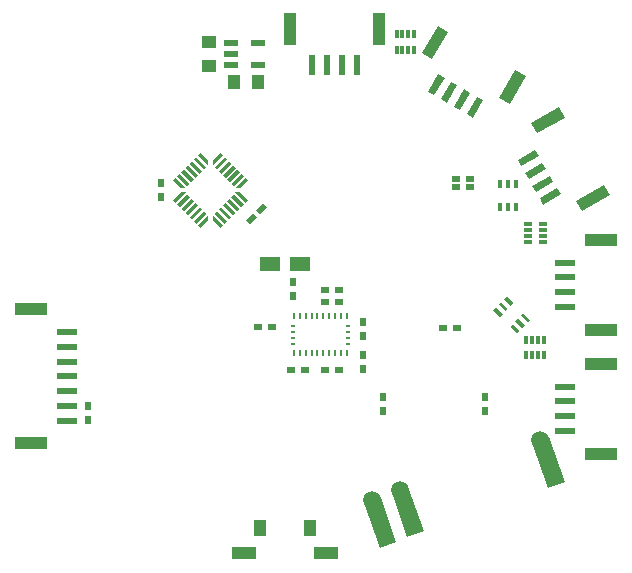
<source format=gbr>
G04 #@! TF.FileFunction,Paste,Bot*
%FSLAX46Y46*%
G04 Gerber Fmt 4.6, Leading zero omitted, Abs format (unit mm)*
G04 Created by KiCad (PCBNEW 4.0.5-e0-6337~49~ubuntu14.04.1) date Fri Jun 16 13:29:29 2017*
%MOMM*%
%LPD*%
G01*
G04 APERTURE LIST*
%ADD10C,0.100000*%
%ADD11R,1.200000X1.000000*%
%ADD12R,1.800000X1.250000*%
%ADD13R,1.000000X1.200000*%
%ADD14R,0.500000X0.800000*%
%ADD15R,0.800000X0.500000*%
%ADD16R,1.200000X0.600000*%
%ADD17R,0.250000X0.475000*%
%ADD18R,0.375000X0.250000*%
%ADD19R,0.300000X0.800000*%
%ADD20R,1.000000X1.400000*%
%ADD21R,2.000000X1.000000*%
%ADD22R,1.700000X0.600000*%
%ADD23R,2.700000X1.000000*%
%ADD24R,0.600000X1.700000*%
%ADD25R,1.000000X2.700000*%
%ADD26R,0.800000X0.300000*%
%ADD27C,1.500000*%
G04 APERTURE END LIST*
D10*
G36*
X244754135Y-73356458D02*
X246226379Y-72506458D01*
X246526379Y-73026074D01*
X245054135Y-73876074D01*
X244754135Y-73356458D01*
X244754135Y-73356458D01*
G37*
G36*
X245379135Y-74438990D02*
X246851379Y-73588990D01*
X247151379Y-74108606D01*
X245679135Y-74958606D01*
X245379135Y-74438990D01*
X245379135Y-74438990D01*
G37*
G36*
X244129135Y-72273926D02*
X245601379Y-71423926D01*
X245901379Y-71943542D01*
X244429135Y-72793542D01*
X244129135Y-72273926D01*
X244129135Y-72273926D01*
G37*
G36*
X243504135Y-71191394D02*
X244976379Y-70341394D01*
X245276379Y-70861010D01*
X243804135Y-71711010D01*
X243504135Y-71191394D01*
X243504135Y-71191394D01*
G37*
G36*
X248450000Y-74657884D02*
X250788268Y-73307884D01*
X251288268Y-74173910D01*
X248950000Y-75523910D01*
X248450000Y-74657884D01*
X248450000Y-74657884D01*
G37*
G36*
X244650000Y-68076090D02*
X246988268Y-66726090D01*
X247488268Y-67592116D01*
X245150000Y-68942116D01*
X244650000Y-68076090D01*
X244650000Y-68076090D01*
G37*
D11*
X217400000Y-63200000D03*
X217400000Y-61200000D03*
D12*
X222500000Y-80000000D03*
X225100000Y-80000000D03*
D10*
G36*
X220869670Y-76583883D02*
X220516117Y-76230330D01*
X221081802Y-75664645D01*
X221435355Y-76018198D01*
X220869670Y-76583883D01*
X220869670Y-76583883D01*
G37*
G36*
X221718198Y-75735355D02*
X221364645Y-75381802D01*
X221930330Y-74816117D01*
X222283883Y-75169670D01*
X221718198Y-75735355D01*
X221718198Y-75735355D01*
G37*
D13*
X221500000Y-64600000D03*
X219500000Y-64600000D03*
D14*
X207100000Y-92000000D03*
X207100000Y-93200000D03*
X230400000Y-84900000D03*
X230400000Y-86100000D03*
D15*
X228400000Y-89000000D03*
X227200000Y-89000000D03*
X227200000Y-82200000D03*
X228400000Y-82200000D03*
X227200000Y-83200000D03*
X228400000Y-83200000D03*
D14*
X213300000Y-73100000D03*
X213300000Y-74300000D03*
D10*
G36*
X214530152Y-72689340D02*
X215166548Y-73325736D01*
X214954416Y-73537868D01*
X214318020Y-72901472D01*
X214530152Y-72689340D01*
X214530152Y-72689340D01*
G37*
G36*
X214883705Y-72335787D02*
X215732233Y-73184315D01*
X215520101Y-73396447D01*
X214671573Y-72547919D01*
X214883705Y-72335787D01*
X214883705Y-72335787D01*
G37*
G36*
X215237258Y-71982233D02*
X216085786Y-72830761D01*
X215873654Y-73042893D01*
X215025126Y-72194365D01*
X215237258Y-71982233D01*
X215237258Y-71982233D01*
G37*
G36*
X215590812Y-71628680D02*
X216439340Y-72477208D01*
X216227208Y-72689340D01*
X215378680Y-71840812D01*
X215590812Y-71628680D01*
X215590812Y-71628680D01*
G37*
G36*
X215944365Y-71275126D02*
X216792893Y-72123654D01*
X216580761Y-72335786D01*
X215732233Y-71487258D01*
X215944365Y-71275126D01*
X215944365Y-71275126D01*
G37*
G36*
X216297919Y-70921573D02*
X217146447Y-71770101D01*
X216934315Y-71982233D01*
X216085787Y-71133705D01*
X216297919Y-70921573D01*
X216297919Y-70921573D01*
G37*
G36*
X216651472Y-70568020D02*
X217287868Y-71204416D01*
X217075736Y-71416548D01*
X216439340Y-70780152D01*
X216651472Y-70568020D01*
X216651472Y-70568020D01*
G37*
G36*
X218560660Y-70780152D02*
X217924264Y-71416548D01*
X217712132Y-71204416D01*
X218348528Y-70568020D01*
X218560660Y-70780152D01*
X218560660Y-70780152D01*
G37*
G36*
X218914213Y-71133705D02*
X218065685Y-71982233D01*
X217853553Y-71770101D01*
X218702081Y-70921573D01*
X218914213Y-71133705D01*
X218914213Y-71133705D01*
G37*
G36*
X219267767Y-71487258D02*
X218419239Y-72335786D01*
X218207107Y-72123654D01*
X219055635Y-71275126D01*
X219267767Y-71487258D01*
X219267767Y-71487258D01*
G37*
G36*
X219621320Y-71840812D02*
X218772792Y-72689340D01*
X218560660Y-72477208D01*
X219409188Y-71628680D01*
X219621320Y-71840812D01*
X219621320Y-71840812D01*
G37*
G36*
X219974874Y-72194365D02*
X219126346Y-73042893D01*
X218914214Y-72830761D01*
X219762742Y-71982233D01*
X219974874Y-72194365D01*
X219974874Y-72194365D01*
G37*
G36*
X220328427Y-72547919D02*
X219479899Y-73396447D01*
X219267767Y-73184315D01*
X220116295Y-72335787D01*
X220328427Y-72547919D01*
X220328427Y-72547919D01*
G37*
G36*
X220681980Y-72901472D02*
X220045584Y-73537868D01*
X219833452Y-73325736D01*
X220469848Y-72689340D01*
X220681980Y-72901472D01*
X220681980Y-72901472D01*
G37*
G36*
X220045584Y-73962132D02*
X220681980Y-74598528D01*
X220469848Y-74810660D01*
X219833452Y-74174264D01*
X220045584Y-73962132D01*
X220045584Y-73962132D01*
G37*
G36*
X219479899Y-74103553D02*
X220328427Y-74952081D01*
X220116295Y-75164213D01*
X219267767Y-74315685D01*
X219479899Y-74103553D01*
X219479899Y-74103553D01*
G37*
G36*
X219126346Y-74457107D02*
X219974874Y-75305635D01*
X219762742Y-75517767D01*
X218914214Y-74669239D01*
X219126346Y-74457107D01*
X219126346Y-74457107D01*
G37*
G36*
X218772792Y-74810660D02*
X219621320Y-75659188D01*
X219409188Y-75871320D01*
X218560660Y-75022792D01*
X218772792Y-74810660D01*
X218772792Y-74810660D01*
G37*
G36*
X218419239Y-75164214D02*
X219267767Y-76012742D01*
X219055635Y-76224874D01*
X218207107Y-75376346D01*
X218419239Y-75164214D01*
X218419239Y-75164214D01*
G37*
G36*
X218065685Y-75517767D02*
X218914213Y-76366295D01*
X218702081Y-76578427D01*
X217853553Y-75729899D01*
X218065685Y-75517767D01*
X218065685Y-75517767D01*
G37*
G36*
X217924264Y-76083452D02*
X218560660Y-76719848D01*
X218348528Y-76931980D01*
X217712132Y-76295584D01*
X217924264Y-76083452D01*
X217924264Y-76083452D01*
G37*
G36*
X217287868Y-76295584D02*
X216651472Y-76931980D01*
X216439340Y-76719848D01*
X217075736Y-76083452D01*
X217287868Y-76295584D01*
X217287868Y-76295584D01*
G37*
G36*
X217146447Y-75729899D02*
X216297919Y-76578427D01*
X216085787Y-76366295D01*
X216934315Y-75517767D01*
X217146447Y-75729899D01*
X217146447Y-75729899D01*
G37*
G36*
X216792893Y-75376346D02*
X215944365Y-76224874D01*
X215732233Y-76012742D01*
X216580761Y-75164214D01*
X216792893Y-75376346D01*
X216792893Y-75376346D01*
G37*
G36*
X216439340Y-75022792D02*
X215590812Y-75871320D01*
X215378680Y-75659188D01*
X216227208Y-74810660D01*
X216439340Y-75022792D01*
X216439340Y-75022792D01*
G37*
G36*
X216085786Y-74669239D02*
X215237258Y-75517767D01*
X215025126Y-75305635D01*
X215873654Y-74457107D01*
X216085786Y-74669239D01*
X216085786Y-74669239D01*
G37*
G36*
X215732233Y-74315685D02*
X214883705Y-75164213D01*
X214671573Y-74952081D01*
X215520101Y-74103553D01*
X215732233Y-74315685D01*
X215732233Y-74315685D01*
G37*
G36*
X215166548Y-74174264D02*
X214530152Y-74810660D01*
X214318020Y-74598528D01*
X214954416Y-73962132D01*
X215166548Y-74174264D01*
X215166548Y-74174264D01*
G37*
G36*
X214848349Y-73007538D02*
X215414035Y-73573224D01*
X214989771Y-73573224D01*
X214848349Y-73431802D01*
X214848349Y-73007538D01*
X214848349Y-73007538D01*
G37*
G36*
X215414035Y-73926776D02*
X214848349Y-74492462D01*
X214848349Y-74068198D01*
X214989771Y-73926776D01*
X215414035Y-73926776D01*
X215414035Y-73926776D01*
G37*
G36*
X219585965Y-73573224D02*
X220151651Y-73007538D01*
X220151651Y-73431802D01*
X220010229Y-73573224D01*
X219585965Y-73573224D01*
X219585965Y-73573224D01*
G37*
G36*
X220151651Y-74492462D02*
X219585965Y-73926776D01*
X220010229Y-73926776D01*
X220151651Y-74068198D01*
X220151651Y-74492462D01*
X220151651Y-74492462D01*
G37*
G36*
X217323224Y-71664035D02*
X216757538Y-71098349D01*
X217181802Y-71098349D01*
X217323224Y-71239771D01*
X217323224Y-71664035D01*
X217323224Y-71664035D01*
G37*
G36*
X218242462Y-71098349D02*
X217676776Y-71664035D01*
X217676776Y-71239771D01*
X217818198Y-71098349D01*
X218242462Y-71098349D01*
X218242462Y-71098349D01*
G37*
G36*
X217676776Y-75835965D02*
X218242462Y-76401651D01*
X217818198Y-76401651D01*
X217676776Y-76260229D01*
X217676776Y-75835965D01*
X217676776Y-75835965D01*
G37*
G36*
X216757538Y-76401651D02*
X217323224Y-75835965D01*
X217323224Y-76260229D01*
X217181802Y-76401651D01*
X216757538Y-76401651D01*
X216757538Y-76401651D01*
G37*
D16*
X219250000Y-62200000D03*
X219250000Y-63150000D03*
X219250000Y-61250000D03*
X221550000Y-61250000D03*
X221550000Y-63150000D03*
D17*
X229050000Y-84437500D03*
X224550000Y-84437500D03*
X225050000Y-84437500D03*
X225550000Y-84437500D03*
X226050000Y-84437500D03*
X226550000Y-84437500D03*
X227050000Y-84437500D03*
X227550000Y-84437500D03*
X228050000Y-84437500D03*
X228550000Y-84437500D03*
X229050000Y-87562500D03*
X228550000Y-87562500D03*
X228050000Y-87562500D03*
X227550000Y-87562500D03*
X227050000Y-87562500D03*
X226550000Y-87562500D03*
X226050000Y-87562500D03*
X225550000Y-87562500D03*
X225050000Y-87562500D03*
X224550000Y-87562500D03*
D18*
X229115000Y-85250000D03*
X229115000Y-85750000D03*
X229115000Y-86250000D03*
X229115000Y-86750000D03*
X224485000Y-86750000D03*
X224485000Y-86250000D03*
X224485000Y-85750000D03*
X224485000Y-85250000D03*
D15*
X239500000Y-72800000D03*
X238300000Y-72800000D03*
X239500000Y-73500000D03*
X238300000Y-73500000D03*
X238400000Y-85400000D03*
X237200000Y-85400000D03*
D19*
X243350000Y-75200000D03*
X242700000Y-75200000D03*
X242050000Y-75200000D03*
X242050000Y-73200000D03*
X242700000Y-73200000D03*
X243350000Y-73200000D03*
D20*
X225900000Y-102350000D03*
X221700000Y-102350000D03*
D21*
X227300000Y-104500000D03*
X220300000Y-104500000D03*
D22*
X205350000Y-90750000D03*
X205350000Y-89500000D03*
X205350000Y-92000000D03*
X205350000Y-93250000D03*
D23*
X202300000Y-83825000D03*
X202300000Y-95175000D03*
D22*
X205350000Y-88250000D03*
X205350000Y-87000000D03*
X205350000Y-85750000D03*
X247550000Y-92875000D03*
X247550000Y-94125000D03*
X247550000Y-91625000D03*
X247550000Y-90375000D03*
D23*
X250600000Y-96050000D03*
X250600000Y-88450000D03*
D22*
X247550000Y-82375000D03*
X247550000Y-83625000D03*
X247550000Y-81125000D03*
X247550000Y-79875000D03*
D23*
X250600000Y-85550000D03*
X250600000Y-77950000D03*
D10*
G36*
X238106458Y-66670865D02*
X238956458Y-65198621D01*
X239476074Y-65498621D01*
X238626074Y-66970865D01*
X238106458Y-66670865D01*
X238106458Y-66670865D01*
G37*
G36*
X239188990Y-67295865D02*
X240038990Y-65823621D01*
X240558606Y-66123621D01*
X239708606Y-67595865D01*
X239188990Y-67295865D01*
X239188990Y-67295865D01*
G37*
G36*
X237023926Y-66045865D02*
X237873926Y-64573621D01*
X238393542Y-64873621D01*
X237543542Y-66345865D01*
X237023926Y-66045865D01*
X237023926Y-66045865D01*
G37*
G36*
X235941394Y-65420865D02*
X236791394Y-63948621D01*
X237311010Y-64248621D01*
X236461010Y-65720865D01*
X235941394Y-65420865D01*
X235941394Y-65420865D01*
G37*
G36*
X241957884Y-65950000D02*
X243307884Y-63611732D01*
X244173910Y-64111732D01*
X242823910Y-66450000D01*
X241957884Y-65950000D01*
X241957884Y-65950000D01*
G37*
G36*
X235376090Y-62150000D02*
X236726090Y-59811732D01*
X237592116Y-60311732D01*
X236242116Y-62650000D01*
X235376090Y-62150000D01*
X235376090Y-62150000D01*
G37*
D24*
X228625000Y-63150000D03*
X229875000Y-63150000D03*
X227375000Y-63150000D03*
X226125000Y-63150000D03*
D25*
X231800000Y-60100000D03*
X224200000Y-60100000D03*
D14*
X240700000Y-91250000D03*
X240700000Y-92450000D03*
X232100000Y-91250000D03*
X232100000Y-92450000D03*
D10*
G36*
X242010051Y-84441422D02*
X241444365Y-83875736D01*
X241656497Y-83663604D01*
X242222183Y-84229290D01*
X242010051Y-84441422D01*
X242010051Y-84441422D01*
G37*
G36*
X242469670Y-83981802D02*
X241903984Y-83416116D01*
X242116116Y-83203984D01*
X242681802Y-83769670D01*
X242469670Y-83981802D01*
X242469670Y-83981802D01*
G37*
G36*
X242929290Y-83522183D02*
X242363604Y-82956497D01*
X242575736Y-82744365D01*
X243141422Y-83310051D01*
X242929290Y-83522183D01*
X242929290Y-83522183D01*
G37*
G36*
X244343503Y-84936396D02*
X243777817Y-84370710D01*
X243989949Y-84158578D01*
X244555635Y-84724264D01*
X244343503Y-84936396D01*
X244343503Y-84936396D01*
G37*
G36*
X243883884Y-85396016D02*
X243318198Y-84830330D01*
X243530330Y-84618198D01*
X244096016Y-85183884D01*
X243883884Y-85396016D01*
X243883884Y-85396016D01*
G37*
G36*
X243424264Y-85855635D02*
X242858578Y-85289949D01*
X243070710Y-85077817D01*
X243636396Y-85643503D01*
X243424264Y-85855635D01*
X243424264Y-85855635D01*
G37*
D19*
X233250000Y-61850000D03*
X233750000Y-61850000D03*
X234250000Y-61850000D03*
X234750000Y-61850000D03*
X234750000Y-60550000D03*
X234250000Y-60550000D03*
X233750000Y-60550000D03*
X233250000Y-60550000D03*
D26*
X244350000Y-76650000D03*
X244350000Y-77150000D03*
X244350000Y-77650000D03*
X244350000Y-78150000D03*
X245650000Y-78150000D03*
X245650000Y-77650000D03*
X245650000Y-77150000D03*
X245650000Y-76650000D03*
D19*
X245750000Y-86400000D03*
X245250000Y-86400000D03*
X244750000Y-86400000D03*
X244250000Y-86400000D03*
X244250000Y-87700000D03*
X244750000Y-87700000D03*
X245250000Y-87700000D03*
X245750000Y-87700000D03*
D10*
G36*
X246139367Y-94664362D02*
X247474595Y-98434928D01*
X246060633Y-98935638D01*
X244725405Y-95165072D01*
X246139367Y-94664362D01*
X246139367Y-94664362D01*
G37*
D27*
X245432386Y-94914717D03*
D10*
G36*
X234239367Y-98864362D02*
X235574595Y-102634928D01*
X234160633Y-103135638D01*
X232825405Y-99365072D01*
X234239367Y-98864362D01*
X234239367Y-98864362D01*
G37*
D27*
X233532386Y-99114717D03*
D10*
G36*
X231906981Y-99749645D02*
X233242209Y-103520211D01*
X231828247Y-104020921D01*
X230493019Y-100250355D01*
X231906981Y-99749645D01*
X231906981Y-99749645D01*
G37*
D27*
X231200000Y-100000000D03*
D14*
X230400000Y-88900000D03*
X230400000Y-87700000D03*
D15*
X225500000Y-89000000D03*
X224300000Y-89000000D03*
D14*
X224500000Y-82700000D03*
X224500000Y-81500000D03*
D15*
X222700000Y-85300000D03*
X221500000Y-85300000D03*
M02*

</source>
